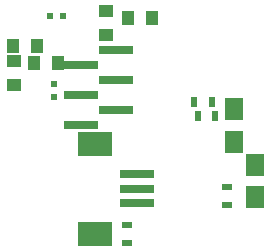
<source format=gbp>
G04 #@! TF.FileFunction,Paste,Bot*
%FSLAX46Y46*%
G04 Gerber Fmt 4.6, Leading zero omitted, Abs format (unit mm)*
G04 Created by KiCad (PCBNEW 4.0.7) date 02/03/18 21:49:53*
%MOMM*%
%LPD*%
G01*
G04 APERTURE LIST*
%ADD10C,0.100000*%
%ADD11R,1.000000X1.250000*%
%ADD12R,0.600000X0.500000*%
%ADD13R,0.500000X0.600000*%
%ADD14R,1.250000X1.000000*%
%ADD15R,1.500000X1.950000*%
%ADD16R,3.000000X0.650000*%
%ADD17R,3.000000X0.800000*%
%ADD18R,3.000000X2.100000*%
%ADD19R,0.500000X0.900000*%
%ADD20R,0.900000X0.500000*%
G04 APERTURE END LIST*
D10*
D11*
X18658600Y-25780200D03*
X16658600Y-25780200D03*
D12*
X18040000Y-21770000D03*
X19140000Y-21770000D03*
D13*
X18373400Y-28673800D03*
X18373400Y-27573800D03*
D14*
X22720000Y-23410000D03*
X22720000Y-21410000D03*
D11*
X24630000Y-21940000D03*
X26630000Y-21940000D03*
X14863600Y-24365200D03*
X16863600Y-24365200D03*
D14*
X14943400Y-25643800D03*
X14943400Y-27643800D03*
D15*
X35363600Y-34390200D03*
X35363600Y-37140200D03*
X33563600Y-29690200D03*
X33563600Y-32440200D03*
D16*
X23590000Y-24685000D03*
X23590000Y-27225000D03*
X23590000Y-29765000D03*
X20590000Y-25955000D03*
X20590000Y-28495000D03*
X20590000Y-31035000D03*
D17*
X25403600Y-35175200D03*
X25403600Y-36425200D03*
D18*
X21803600Y-32625200D03*
X21803600Y-40225200D03*
D17*
X25403600Y-37675200D03*
D19*
X30513600Y-30265200D03*
X32013600Y-30265200D03*
X31713600Y-29065200D03*
X30213600Y-29065200D03*
D20*
X24563600Y-39515200D03*
X24563600Y-41015200D03*
X32963600Y-37815200D03*
X32963600Y-36315200D03*
M02*

</source>
